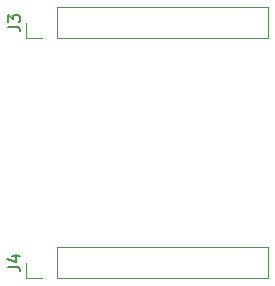
<source format=gbr>
%TF.GenerationSoftware,KiCad,Pcbnew,7.0.9-rc2*%
%TF.CreationDate,2024-02-17T00:19:55-08:00*%
%TF.ProjectId,ch552g_bob,63683535-3267-45f6-926f-622e6b696361,rev?*%
%TF.SameCoordinates,PX791ddc0PY5563218*%
%TF.FileFunction,Legend,Top*%
%TF.FilePolarity,Positive*%
%FSLAX46Y46*%
G04 Gerber Fmt 4.6, Leading zero omitted, Abs format (unit mm)*
G04 Created by KiCad (PCBNEW 7.0.9-rc2) date 2024-02-17 00:19:55*
%MOMM*%
%LPD*%
G01*
G04 APERTURE LIST*
%ADD10C,0.150000*%
%ADD11C,0.120000*%
G04 APERTURE END LIST*
D10*
X7031819Y-22557333D02*
X7746104Y-22557333D01*
X7746104Y-22557333D02*
X7888961Y-22604952D01*
X7888961Y-22604952D02*
X7984200Y-22700190D01*
X7984200Y-22700190D02*
X8031819Y-22843047D01*
X8031819Y-22843047D02*
X8031819Y-22938285D01*
X7365152Y-21652571D02*
X8031819Y-21652571D01*
X6984200Y-21890666D02*
X7698485Y-22128761D01*
X7698485Y-22128761D02*
X7698485Y-21509714D01*
X7031819Y-2237333D02*
X7746104Y-2237333D01*
X7746104Y-2237333D02*
X7888961Y-2284952D01*
X7888961Y-2284952D02*
X7984200Y-2380190D01*
X7984200Y-2380190D02*
X8031819Y-2523047D01*
X8031819Y-2523047D02*
X8031819Y-2618285D01*
X7031819Y-1856380D02*
X7031819Y-1237333D01*
X7031819Y-1237333D02*
X7412771Y-1570666D01*
X7412771Y-1570666D02*
X7412771Y-1427809D01*
X7412771Y-1427809D02*
X7460390Y-1332571D01*
X7460390Y-1332571D02*
X7508009Y-1284952D01*
X7508009Y-1284952D02*
X7603247Y-1237333D01*
X7603247Y-1237333D02*
X7841342Y-1237333D01*
X7841342Y-1237333D02*
X7936580Y-1284952D01*
X7936580Y-1284952D02*
X7984200Y-1332571D01*
X7984200Y-1332571D02*
X8031819Y-1427809D01*
X8031819Y-1427809D02*
X8031819Y-1713523D01*
X8031819Y-1713523D02*
X7984200Y-1808761D01*
X7984200Y-1808761D02*
X7936580Y-1856380D01*
D11*
%TO.C,J4*%
X8577000Y-23554000D02*
X8577000Y-22224000D01*
X9907000Y-23554000D02*
X8577000Y-23554000D01*
X11177000Y-23554000D02*
X29017000Y-23554000D01*
X11177000Y-23554000D02*
X11177000Y-20894000D01*
X29017000Y-23554000D02*
X29017000Y-20894000D01*
X11177000Y-20894000D02*
X29017000Y-20894000D01*
%TO.C,J3*%
X8577000Y-3234000D02*
X8577000Y-1904000D01*
X9907000Y-3234000D02*
X8577000Y-3234000D01*
X11177000Y-3234000D02*
X29017000Y-3234000D01*
X11177000Y-3234000D02*
X11177000Y-574000D01*
X29017000Y-3234000D02*
X29017000Y-574000D01*
X11177000Y-574000D02*
X29017000Y-574000D01*
%TD*%
M02*

</source>
